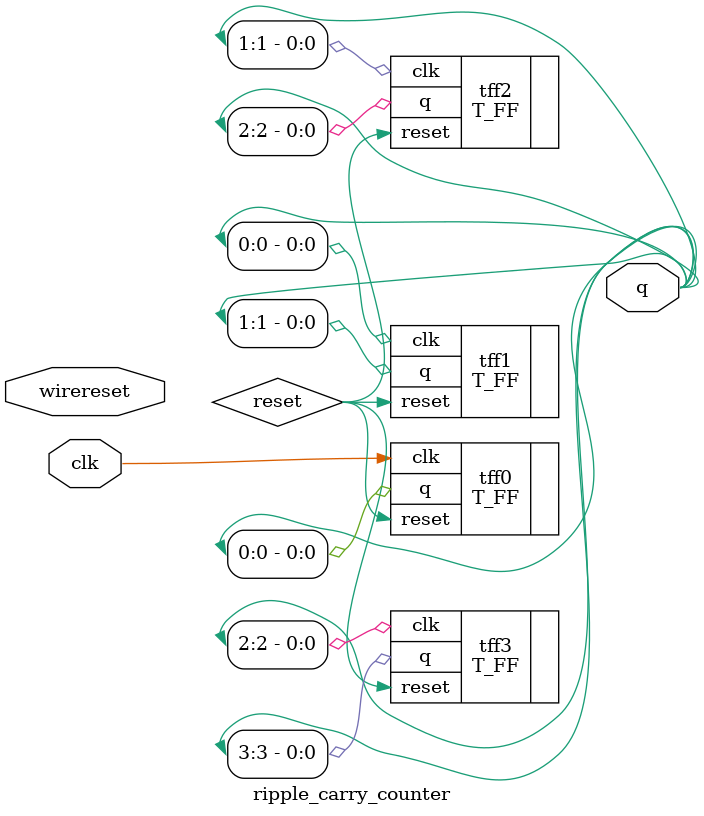
<source format=v>
module  ripple_carry_counter(
  output  wire  [3:0] q,
  input   wire        clk,
  input   wirereset
);

//Four instances of the module T_FF are created. Each has a unique
//name.Each instance is passed a set of signals. Notice, that
//each instance is a copy of the module T_FF.
T_FF tff0(
  .q    (q[0]),
  .clk  (clk),
  .reset(reset)
);

T_FF tff1(
  .q    (q[1]),
  .clk  (q[0]),
  .reset(reset)
);

T_FF tff2(
  .q    (q[2]),
  .clk  (q[1]),
  .reset(reset)
);

T_FF tff3(
  .q    (q[3]),
  .clk  (q[2]),
  .reset(reset)
);

endmodule







</source>
